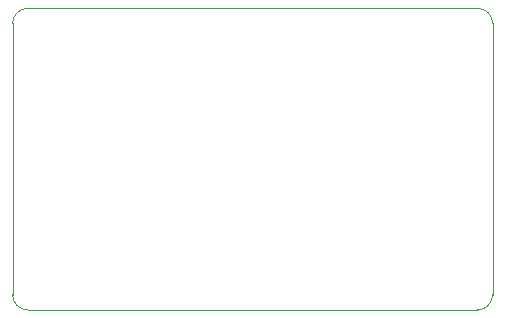
<source format=gm1>
G04 #@! TF.GenerationSoftware,KiCad,Pcbnew,7.0.8*
G04 #@! TF.CreationDate,2023-10-02T15:07:28-07:00*
G04 #@! TF.ProjectId,PCM510xA_I2S_DAC,50434d35-3130-4784-915f-4932535f4441,0.0.2*
G04 #@! TF.SameCoordinates,Original*
G04 #@! TF.FileFunction,Profile,NP*
%FSLAX46Y46*%
G04 Gerber Fmt 4.6, Leading zero omitted, Abs format (unit mm)*
G04 Created by KiCad (PCBNEW 7.0.8) date 2023-10-02 15:07:28*
%MOMM*%
%LPD*%
G01*
G04 APERTURE LIST*
G04 #@! TA.AperFunction,Profile*
%ADD10C,0.100000*%
G04 #@! TD*
G04 APERTURE END LIST*
D10*
X157480000Y-115325129D02*
X157480000Y-92338129D01*
X116840002Y-115325129D02*
G75*
G03*
X118110169Y-116595298I1270198J29D01*
G01*
X116840000Y-92338129D02*
X116840000Y-115325129D01*
X156209831Y-116595300D02*
G75*
G03*
X157480000Y-115325129I69J1270100D01*
G01*
X157480040Y-92338129D02*
G75*
G03*
X156209831Y-91067960I-1270240J-71D01*
G01*
X156209831Y-91067960D02*
X118110000Y-91067960D01*
X156209831Y-116595298D02*
X118110000Y-116595298D01*
X118110169Y-91067900D02*
G75*
G03*
X116840000Y-92338129I131J-1270300D01*
G01*
M02*

</source>
